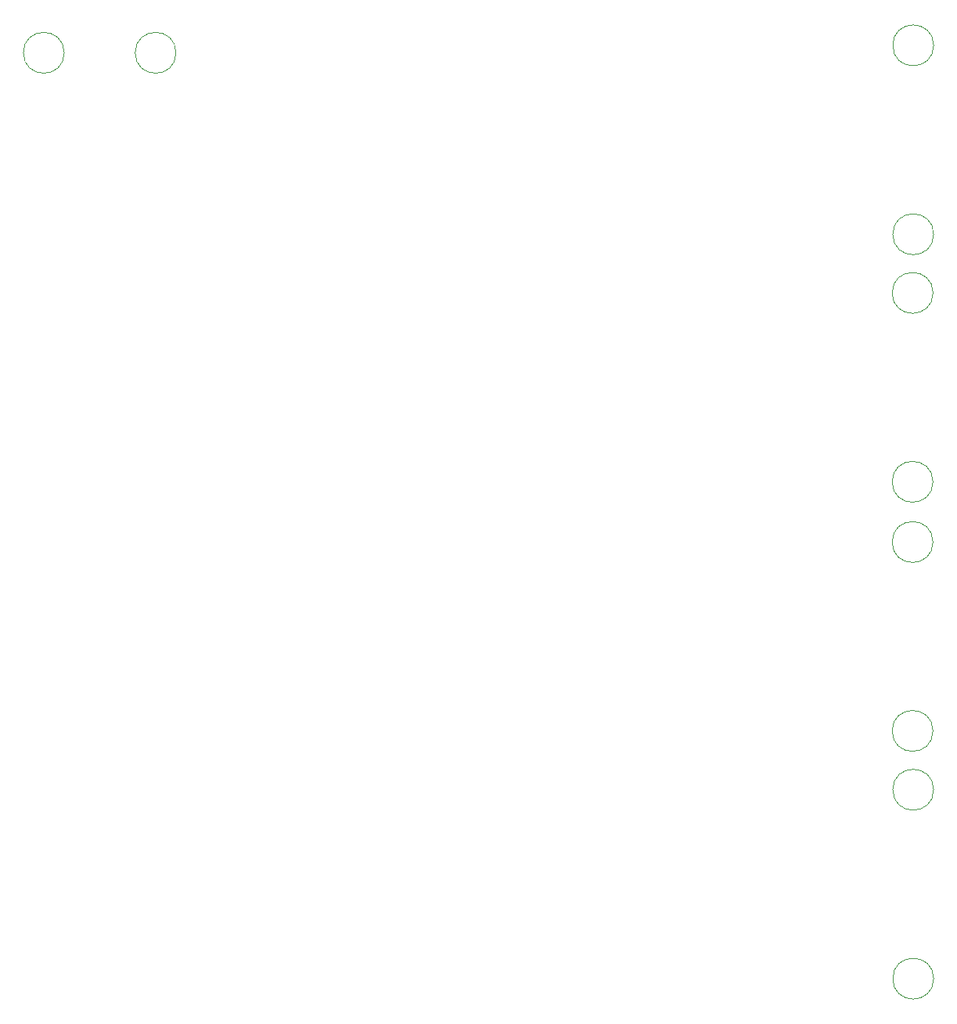
<source format=gbr>
%TF.GenerationSoftware,KiCad,Pcbnew,9.0.2*%
%TF.CreationDate,2025-12-04T18:58:38+01:00*%
%TF.ProjectId,TechStarter,54656368-5374-4617-9274-65722e6b6963,rev?*%
%TF.SameCoordinates,Original*%
%TF.FileFunction,Legend,Bot*%
%TF.FilePolarity,Positive*%
%FSLAX46Y46*%
G04 Gerber Fmt 4.6, Leading zero omitted, Abs format (unit mm)*
G04 Created by KiCad (PCBNEW 9.0.2) date 2025-12-04 18:58:38*
%MOMM*%
%LPD*%
G01*
G04 APERTURE LIST*
%ADD10C,0.120000*%
G04 APERTURE END LIST*
D10*
%TO.C,J2*%
X264177500Y-27730000D02*
G75*
G02*
X259757500Y-27730000I-2210000J0D01*
G01*
X259757500Y-27730000D02*
G75*
G02*
X264177500Y-27730000I2210000J0D01*
G01*
X264177500Y-48160000D02*
G75*
G02*
X259757500Y-48160000I-2210000J0D01*
G01*
X259757500Y-48160000D02*
G75*
G02*
X264177500Y-48160000I2210000J0D01*
G01*
%TO.C,J1*%
X264110000Y-54500000D02*
G75*
G02*
X259690000Y-54500000I-2210000J0D01*
G01*
X259690000Y-54500000D02*
G75*
G02*
X264110000Y-54500000I2210000J0D01*
G01*
X264110000Y-74930000D02*
G75*
G02*
X259690000Y-74930000I-2210000J0D01*
G01*
X259690000Y-74930000D02*
G75*
G02*
X264110000Y-74930000I2210000J0D01*
G01*
%TO.C,J13*%
X170105000Y-28532500D02*
G75*
G02*
X165685000Y-28532500I-2210000J0D01*
G01*
X165685000Y-28532500D02*
G75*
G02*
X170105000Y-28532500I2210000J0D01*
G01*
X182205000Y-28532500D02*
G75*
G02*
X177785000Y-28532500I-2210000J0D01*
G01*
X177785000Y-28532500D02*
G75*
G02*
X182205000Y-28532500I2210000J0D01*
G01*
%TO.C,J4*%
X264110000Y-81440000D02*
G75*
G02*
X259690000Y-81440000I-2210000J0D01*
G01*
X259690000Y-81440000D02*
G75*
G02*
X264110000Y-81440000I2210000J0D01*
G01*
X264110000Y-101870000D02*
G75*
G02*
X259690000Y-101870000I-2210000J0D01*
G01*
X259690000Y-101870000D02*
G75*
G02*
X264110000Y-101870000I2210000J0D01*
G01*
%TO.C,J6*%
X264177500Y-108230000D02*
G75*
G02*
X259757500Y-108230000I-2210000J0D01*
G01*
X259757500Y-108230000D02*
G75*
G02*
X264177500Y-108230000I2210000J0D01*
G01*
X264177500Y-128660000D02*
G75*
G02*
X259757500Y-128660000I-2210000J0D01*
G01*
X259757500Y-128660000D02*
G75*
G02*
X264177500Y-128660000I2210000J0D01*
G01*
%TD*%
M02*

</source>
